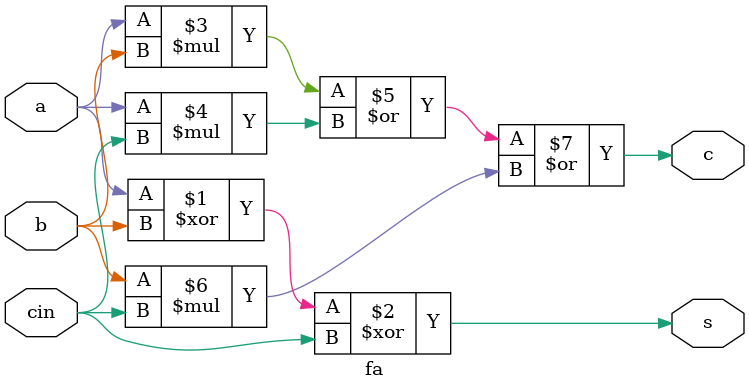
<source format=v>
module q1_multiplier (P,X,Y);
    parameter N = 4;
    input [N-1:0] X,Y;
    output[7:0]P;

    wire c1,c2,c3,c4,c5,c6,c7,c8,c9,c10,c11,s1,s2,s3,s4,s5,s6;
    assign P[0] = X[0] * Y[0];  	    //Product bit 0
    ha ha1(P[1],c1,X[1]&Y[0],X[0]&Y[1]);    //Product bit 1
    
    ha ha2(s1,c2,X[2]&Y[0],X[1]&Y[1]);      //Calculates partial sum and carry in column 3
    fa fa1(P[2],c3,s1,X[0]&Y[2],c1);        //Product bit 2
    
    ha ha3(s2,c4,X[3]&Y[0],X[2]&Y[1]);      //Calculates partial sum and carry in column 4
    fa fa2(s3,c5,s2,X[1]&Y[2],c2);          //Calculates partial sum and carry in column 4
    fa fa3(P[3],c6,s3,c3,X[0]&Y[3]);        //Product bit 3
    
    fa fa4(s4,c7,X[3]&Y[1],X[2]&Y[2],c4);   //Calculates partial sum and carry in column 5
    fa fa5(s5,c8,s4,c5,X[1]&Y[3]);	    //Calculates partial sum and carry in column 5
    ha ha4(P[4],c9,s5,c6);		    //Product bit 4

    fa fa6(s6,c10,X[3]&Y[2],X[2]&Y[3],c7);  //Calculates partial sum and carry in column 6
    fa fa7(P[5],c11,s6,c8,c9);		    //Product bit 5

    fa fa8(P[6],P[7],X[3]&Y[3],c10,c11);    //Product bit 6 and carry is product bit 7
endmodule

module ha(s,c,a,b);
    input a,b;
    output s,c;
    
    assign s = a ^ b;
    assign c = a*b;
endmodule

module fa(s,c,a,b,cin);
    input a,b,cin;
    output s,c;
    
    assign s = a ^ b ^ cin;
    assign c = a*b | a*cin | b*cin;
    
endmodule





</source>
